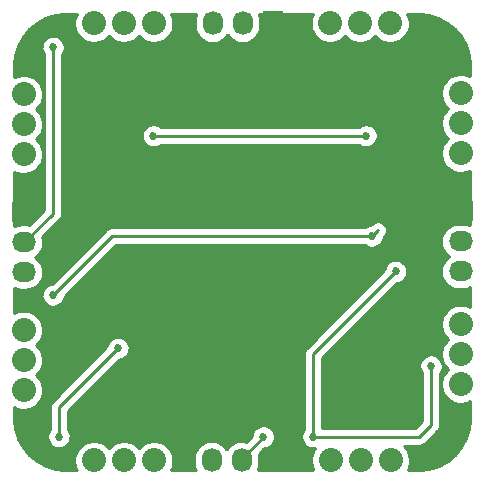
<source format=gbl>
G04 #@! TF.FileFunction,Copper,L2,Bot,Signal*
%FSLAX46Y46*%
G04 Gerber Fmt 4.6, Leading zero omitted, Abs format (unit mm)*
G04 Created by KiCad (PCBNEW 4.0.4-stable) date Mon Sep 26 22:20:25 2016*
%MOMM*%
%LPD*%
G01*
G04 APERTURE LIST*
%ADD10C,0.100000*%
%ADD11C,2.032000*%
%ADD12R,1.727200X2.032000*%
%ADD13O,1.727200X2.032000*%
%ADD14R,2.032000X1.727200*%
%ADD15O,2.032000X1.727200*%
%ADD16C,0.685800*%
%ADD17C,0.254000*%
G04 APERTURE END LIST*
D10*
D11*
X171000000Y-142000000D03*
X173540000Y-142000000D03*
X176080000Y-142000000D03*
D12*
X166000000Y-142000000D03*
D13*
X163460000Y-142000000D03*
X160920000Y-142000000D03*
D14*
X182000000Y-120920000D03*
D15*
X182000000Y-123460000D03*
X182000000Y-126000000D03*
D14*
X145000000Y-120960000D03*
D15*
X145000000Y-123500000D03*
X145000000Y-126040000D03*
D12*
X166080000Y-105000000D03*
D13*
X163540000Y-105000000D03*
X161000000Y-105000000D03*
D11*
X150960000Y-142000000D03*
X153500000Y-142000000D03*
X156040000Y-142000000D03*
X145000000Y-136040000D03*
X145000000Y-133500000D03*
X145000000Y-130960000D03*
X182000000Y-135540000D03*
X182000000Y-133000000D03*
X182000000Y-130460000D03*
X145000000Y-116080000D03*
X145000000Y-113540000D03*
X145000000Y-111000000D03*
X182000000Y-116000000D03*
X182000000Y-113460000D03*
X182000000Y-110920000D03*
X150960000Y-105000000D03*
X153500000Y-105000000D03*
X156040000Y-105000000D03*
X170960000Y-105000000D03*
X173500000Y-105000000D03*
X176040000Y-105000000D03*
D16*
X177000000Y-128000000D03*
X177000000Y-137000000D03*
X168000000Y-137000000D03*
X159000000Y-137000000D03*
X150000000Y-137000000D03*
X168000000Y-128000000D03*
X159000000Y-128000000D03*
X150000000Y-128000000D03*
X177000000Y-119000000D03*
X168000000Y-119000000D03*
X159000000Y-119000000D03*
X150000000Y-119000000D03*
X177000000Y-110000000D03*
X150000000Y-110000000D03*
X168000000Y-110000000D03*
X159000000Y-110000000D03*
X147500000Y-107000000D03*
X156000000Y-114500000D03*
X174000000Y-114500000D03*
X174504000Y-123000000D03*
X147500000Y-128000000D03*
X148000000Y-140000000D03*
X152996000Y-132500000D03*
X176500000Y-126000000D03*
X169500000Y-140000000D03*
X179500000Y-134000000D03*
X165307600Y-140000000D03*
D17*
X147500000Y-121112400D02*
X147500000Y-110896000D01*
X147500000Y-110896000D02*
X147500000Y-107000000D01*
X145000000Y-123460000D02*
X145152400Y-123460000D01*
X145152400Y-123460000D02*
X147500000Y-121112400D01*
X147500000Y-121112400D02*
X147500000Y-120960000D01*
X171000000Y-114500000D02*
X169922370Y-114500000D01*
X169922370Y-114500000D02*
X156000000Y-114500000D01*
X174000000Y-114500000D02*
X171000000Y-114500000D01*
X175000000Y-122504000D02*
X174504000Y-123000000D01*
X171000000Y-123000000D02*
X152500000Y-123000000D01*
X152500000Y-123000000D02*
X147500000Y-128000000D01*
X174504000Y-123000000D02*
X171000000Y-123000000D01*
X148000000Y-137496000D02*
X148000000Y-140000000D01*
X152996000Y-132500000D02*
X148000000Y-137496000D01*
X176500000Y-126000000D02*
X169500000Y-133000000D01*
X169500000Y-133000000D02*
X169500000Y-140000000D01*
X178500000Y-140000000D02*
X169500000Y-140000000D01*
X179500000Y-134000000D02*
X179500000Y-139000000D01*
X165307600Y-140000000D02*
X163460000Y-141847600D01*
X163460000Y-141847600D02*
X163460000Y-142000000D01*
X179500000Y-139000000D02*
X178500000Y-140000000D01*
G36*
X149378668Y-104498372D02*
X149311351Y-104815074D01*
X149306830Y-105138821D01*
X149365278Y-105457279D01*
X149484469Y-105758320D01*
X149659862Y-106030477D01*
X149884777Y-106263383D01*
X150150647Y-106448167D01*
X150447345Y-106577791D01*
X150763569Y-106647318D01*
X151087276Y-106654099D01*
X151406135Y-106597875D01*
X151708000Y-106480789D01*
X151981375Y-106307300D01*
X152215846Y-106084017D01*
X152230924Y-106062643D01*
X152424777Y-106263383D01*
X152690647Y-106448167D01*
X152987345Y-106577791D01*
X153303569Y-106647318D01*
X153627276Y-106654099D01*
X153946135Y-106597875D01*
X154248000Y-106480789D01*
X154521375Y-106307300D01*
X154755846Y-106084017D01*
X154770924Y-106062643D01*
X154964777Y-106263383D01*
X155230647Y-106448167D01*
X155527345Y-106577791D01*
X155843569Y-106647318D01*
X156167276Y-106654099D01*
X156486135Y-106597875D01*
X156788000Y-106480789D01*
X157061375Y-106307300D01*
X157295846Y-106084017D01*
X157482482Y-105819444D01*
X157614174Y-105523658D01*
X157685906Y-105207926D01*
X157691070Y-104838111D01*
X157628182Y-104520500D01*
X157504799Y-104221152D01*
X157497390Y-104210000D01*
X159644162Y-104210000D01*
X159622584Y-104249251D01*
X159534148Y-104528036D01*
X159501546Y-104818688D01*
X159501400Y-104839612D01*
X159501400Y-105160388D01*
X159529941Y-105451468D01*
X159614475Y-105731460D01*
X159751784Y-105989701D01*
X159936637Y-106216353D01*
X160161994Y-106402784D01*
X160419269Y-106541892D01*
X160698665Y-106628379D01*
X160989538Y-106658951D01*
X161280810Y-106632444D01*
X161561385Y-106549866D01*
X161820578Y-106414363D01*
X162048515Y-106231097D01*
X162236515Y-106007048D01*
X162269299Y-105947413D01*
X162291784Y-105989701D01*
X162476637Y-106216353D01*
X162701994Y-106402784D01*
X162959269Y-106541892D01*
X163238665Y-106628379D01*
X163529538Y-106658951D01*
X163820810Y-106632444D01*
X164101385Y-106549866D01*
X164360578Y-106414363D01*
X164588515Y-106231097D01*
X164776515Y-106007048D01*
X164917416Y-105750749D01*
X165005852Y-105471964D01*
X165038454Y-105181312D01*
X165038600Y-105160388D01*
X165038600Y-104839612D01*
X165010059Y-104548532D01*
X164925525Y-104268540D01*
X164894399Y-104210000D01*
X169502265Y-104210000D01*
X169378668Y-104498372D01*
X169311351Y-104815074D01*
X169306830Y-105138821D01*
X169365278Y-105457279D01*
X169484469Y-105758320D01*
X169659862Y-106030477D01*
X169884777Y-106263383D01*
X170150647Y-106448167D01*
X170447345Y-106577791D01*
X170763569Y-106647318D01*
X171087276Y-106654099D01*
X171406135Y-106597875D01*
X171708000Y-106480789D01*
X171981375Y-106307300D01*
X172215846Y-106084017D01*
X172230924Y-106062643D01*
X172424777Y-106263383D01*
X172690647Y-106448167D01*
X172987345Y-106577791D01*
X173303569Y-106647318D01*
X173627276Y-106654099D01*
X173946135Y-106597875D01*
X174248000Y-106480789D01*
X174521375Y-106307300D01*
X174755846Y-106084017D01*
X174770924Y-106062643D01*
X174964777Y-106263383D01*
X175230647Y-106448167D01*
X175527345Y-106577791D01*
X175843569Y-106647318D01*
X176167276Y-106654099D01*
X176486135Y-106597875D01*
X176788000Y-106480789D01*
X177061375Y-106307300D01*
X177295846Y-106084017D01*
X177482482Y-105819444D01*
X177614174Y-105523658D01*
X177685906Y-105207926D01*
X177691070Y-104838111D01*
X177628182Y-104520500D01*
X177504799Y-104221152D01*
X177497390Y-104210000D01*
X178465280Y-104210000D01*
X179332601Y-104295041D01*
X180133494Y-104536846D01*
X180872165Y-104929604D01*
X181520482Y-105458357D01*
X182053747Y-106102963D01*
X182451654Y-106838878D01*
X182699042Y-107638060D01*
X182790000Y-108503469D01*
X182790000Y-109461311D01*
X182789055Y-109460674D01*
X182490576Y-109335205D01*
X182173411Y-109270100D01*
X181849642Y-109267840D01*
X181531599Y-109328510D01*
X181231397Y-109449799D01*
X180960472Y-109627088D01*
X180729141Y-109853623D01*
X180546218Y-110120776D01*
X180418668Y-110418372D01*
X180351351Y-110735074D01*
X180346830Y-111058821D01*
X180405278Y-111377279D01*
X180524469Y-111678320D01*
X180699862Y-111950477D01*
X180924777Y-112183383D01*
X180935922Y-112191129D01*
X180729141Y-112393623D01*
X180546218Y-112660776D01*
X180418668Y-112958372D01*
X180351351Y-113275074D01*
X180346830Y-113598821D01*
X180405278Y-113917279D01*
X180524469Y-114218320D01*
X180699862Y-114490477D01*
X180924777Y-114723383D01*
X180935922Y-114731129D01*
X180729141Y-114933623D01*
X180546218Y-115200776D01*
X180418668Y-115498372D01*
X180351351Y-115815074D01*
X180346830Y-116138821D01*
X180405278Y-116457279D01*
X180524469Y-116758320D01*
X180699862Y-117030477D01*
X180924777Y-117263383D01*
X181190647Y-117448167D01*
X181487345Y-117577791D01*
X181803569Y-117647318D01*
X182127276Y-117654099D01*
X182446135Y-117597875D01*
X182748000Y-117480789D01*
X182790000Y-117454135D01*
X182790000Y-122104162D01*
X182750749Y-122082584D01*
X182471964Y-121994148D01*
X182181312Y-121961546D01*
X182160388Y-121961400D01*
X181839612Y-121961400D01*
X181548532Y-121989941D01*
X181268540Y-122074475D01*
X181010299Y-122211784D01*
X180783647Y-122396637D01*
X180597216Y-122621994D01*
X180458108Y-122879269D01*
X180371621Y-123158665D01*
X180341049Y-123449538D01*
X180367556Y-123740810D01*
X180450134Y-124021385D01*
X180585637Y-124280578D01*
X180768903Y-124508515D01*
X180992952Y-124696515D01*
X181052587Y-124729299D01*
X181010299Y-124751784D01*
X180783647Y-124936637D01*
X180597216Y-125161994D01*
X180458108Y-125419269D01*
X180371621Y-125698665D01*
X180341049Y-125989538D01*
X180367556Y-126280810D01*
X180450134Y-126561385D01*
X180585637Y-126820578D01*
X180768903Y-127048515D01*
X180992952Y-127236515D01*
X181249251Y-127377416D01*
X181528036Y-127465852D01*
X181818688Y-127498454D01*
X181839612Y-127498600D01*
X182160388Y-127498600D01*
X182451468Y-127470059D01*
X182731460Y-127385525D01*
X182790000Y-127354399D01*
X182790000Y-129001311D01*
X182789055Y-129000674D01*
X182490576Y-128875205D01*
X182173411Y-128810100D01*
X181849642Y-128807840D01*
X181531599Y-128868510D01*
X181231397Y-128989799D01*
X180960472Y-129167088D01*
X180729141Y-129393623D01*
X180546218Y-129660776D01*
X180418668Y-129958372D01*
X180351351Y-130275074D01*
X180346830Y-130598821D01*
X180405278Y-130917279D01*
X180524469Y-131218320D01*
X180699862Y-131490477D01*
X180924777Y-131723383D01*
X180935922Y-131731129D01*
X180729141Y-131933623D01*
X180546218Y-132200776D01*
X180418668Y-132498372D01*
X180351351Y-132815074D01*
X180346830Y-133138821D01*
X180405278Y-133457279D01*
X180524469Y-133758320D01*
X180699862Y-134030477D01*
X180924777Y-134263383D01*
X180935922Y-134271129D01*
X180729141Y-134473623D01*
X180546218Y-134740776D01*
X180418668Y-135038372D01*
X180351351Y-135355074D01*
X180346830Y-135678821D01*
X180405278Y-135997279D01*
X180524469Y-136298320D01*
X180699862Y-136570477D01*
X180924777Y-136803383D01*
X181190647Y-136988167D01*
X181487345Y-137117791D01*
X181803569Y-137187318D01*
X182127276Y-137194099D01*
X182446135Y-137137875D01*
X182748000Y-137020789D01*
X182790000Y-136994135D01*
X182790000Y-138465281D01*
X182704959Y-139332601D01*
X182463154Y-140133494D01*
X182070395Y-140872168D01*
X181541640Y-141520484D01*
X180897034Y-142053749D01*
X180161122Y-142451654D01*
X179361942Y-142699042D01*
X178496532Y-142790000D01*
X177535591Y-142790000D01*
X177654174Y-142523658D01*
X177725906Y-142207926D01*
X177731070Y-141838111D01*
X177668182Y-141520500D01*
X177544799Y-141221152D01*
X177365624Y-140951471D01*
X177177471Y-140762000D01*
X178500000Y-140762000D01*
X178570114Y-140755125D01*
X178640170Y-140748996D01*
X178644013Y-140747880D01*
X178648007Y-140747488D01*
X178715460Y-140727123D01*
X178782982Y-140707506D01*
X178786538Y-140705663D01*
X178790376Y-140704504D01*
X178852553Y-140671444D01*
X178915014Y-140639067D01*
X178918144Y-140636568D01*
X178921684Y-140634686D01*
X178976231Y-140590199D01*
X179031240Y-140546286D01*
X179036815Y-140540788D01*
X179036931Y-140540693D01*
X179037020Y-140540585D01*
X179038815Y-140538815D01*
X180038816Y-139538815D01*
X180083537Y-139484371D01*
X180128736Y-139430505D01*
X180130664Y-139426997D01*
X180133211Y-139423897D01*
X180166499Y-139361815D01*
X180200381Y-139300184D01*
X180201592Y-139296366D01*
X180203487Y-139292832D01*
X180224084Y-139225463D01*
X180245348Y-139158429D01*
X180245794Y-139154451D01*
X180246967Y-139150615D01*
X180254086Y-139080533D01*
X180261926Y-139010639D01*
X180261980Y-139002813D01*
X180261996Y-139002660D01*
X180261982Y-139002517D01*
X180262000Y-139000000D01*
X180262000Y-134616340D01*
X180354394Y-134485363D01*
X180432396Y-134310167D01*
X180474884Y-134123156D01*
X180477942Y-133904112D01*
X180440693Y-133715988D01*
X180367613Y-133538682D01*
X180261485Y-133378948D01*
X180126353Y-133242869D01*
X179967364Y-133135629D01*
X179790572Y-133061313D01*
X179602713Y-133022751D01*
X179410942Y-133021412D01*
X179222562Y-133057347D01*
X179044750Y-133129188D01*
X178884279Y-133234198D01*
X178747260Y-133368376D01*
X178638913Y-133526613D01*
X178563364Y-133702882D01*
X178523492Y-133890467D01*
X178520814Y-134082225D01*
X178555433Y-134270850D01*
X178626031Y-134449159D01*
X178729918Y-134610360D01*
X178738000Y-134618729D01*
X178738000Y-138684369D01*
X178184370Y-139238000D01*
X170262000Y-139238000D01*
X170262000Y-133315630D01*
X176602712Y-126974918D01*
X176764249Y-126946434D01*
X176943047Y-126877083D01*
X177104969Y-126774325D01*
X177243848Y-126642072D01*
X177354394Y-126485363D01*
X177432396Y-126310167D01*
X177474884Y-126123156D01*
X177477942Y-125904112D01*
X177440693Y-125715988D01*
X177367613Y-125538682D01*
X177261485Y-125378948D01*
X177126353Y-125242869D01*
X176967364Y-125135629D01*
X176790572Y-125061313D01*
X176602713Y-125022751D01*
X176410942Y-125021412D01*
X176222562Y-125057347D01*
X176044750Y-125129188D01*
X175884279Y-125234198D01*
X175747260Y-125368376D01*
X175638913Y-125526613D01*
X175563364Y-125702882D01*
X175523492Y-125890467D01*
X175523373Y-125898997D01*
X168961185Y-132461185D01*
X168916488Y-132515599D01*
X168871264Y-132569495D01*
X168869336Y-132573003D01*
X168866789Y-132576103D01*
X168833510Y-132638169D01*
X168799619Y-132699816D01*
X168798407Y-132703636D01*
X168796514Y-132707167D01*
X168775939Y-132774464D01*
X168754652Y-132841571D01*
X168754205Y-132845554D01*
X168753034Y-132849385D01*
X168745925Y-132919373D01*
X168738074Y-132989361D01*
X168738019Y-132997197D01*
X168738005Y-132997340D01*
X168738018Y-132997473D01*
X168738000Y-133000000D01*
X168738000Y-139381900D01*
X168638913Y-139526613D01*
X168563364Y-139702882D01*
X168523492Y-139890467D01*
X168520814Y-140082225D01*
X168555433Y-140270850D01*
X168626031Y-140449159D01*
X168729918Y-140610360D01*
X168863137Y-140748312D01*
X169020613Y-140857761D01*
X169196350Y-140934539D01*
X169383652Y-140975720D01*
X169575387Y-140979736D01*
X169714344Y-140955234D01*
X169546218Y-141200776D01*
X169418668Y-141498372D01*
X169351351Y-141815074D01*
X169346830Y-142138821D01*
X169405278Y-142457279D01*
X169524469Y-142758320D01*
X169544885Y-142790000D01*
X164815838Y-142790000D01*
X164837416Y-142750749D01*
X164925852Y-142471964D01*
X164958454Y-142181312D01*
X164958600Y-142160388D01*
X164958600Y-141839612D01*
X164930059Y-141548532D01*
X164908408Y-141476822D01*
X165410312Y-140974918D01*
X165571849Y-140946434D01*
X165750647Y-140877083D01*
X165912569Y-140774325D01*
X166051448Y-140642072D01*
X166161994Y-140485363D01*
X166239996Y-140310167D01*
X166282484Y-140123156D01*
X166285542Y-139904112D01*
X166248293Y-139715988D01*
X166175213Y-139538682D01*
X166069085Y-139378948D01*
X165933953Y-139242869D01*
X165774964Y-139135629D01*
X165598172Y-139061313D01*
X165410313Y-139022751D01*
X165218542Y-139021412D01*
X165030162Y-139057347D01*
X164852350Y-139129188D01*
X164691879Y-139234198D01*
X164554860Y-139368376D01*
X164446513Y-139526613D01*
X164370964Y-139702882D01*
X164331092Y-139890467D01*
X164330973Y-139898997D01*
X163835417Y-140394553D01*
X163761335Y-140371621D01*
X163470462Y-140341049D01*
X163179190Y-140367556D01*
X162898615Y-140450134D01*
X162639422Y-140585637D01*
X162411485Y-140768903D01*
X162223485Y-140992952D01*
X162190701Y-141052587D01*
X162168216Y-141010299D01*
X161983363Y-140783647D01*
X161758006Y-140597216D01*
X161500731Y-140458108D01*
X161221335Y-140371621D01*
X160930462Y-140341049D01*
X160639190Y-140367556D01*
X160358615Y-140450134D01*
X160099422Y-140585637D01*
X159871485Y-140768903D01*
X159683485Y-140992952D01*
X159542584Y-141249251D01*
X159454148Y-141528036D01*
X159421546Y-141818688D01*
X159421400Y-141839612D01*
X159421400Y-142160388D01*
X159449941Y-142451468D01*
X159534475Y-142731460D01*
X159565601Y-142790000D01*
X157495591Y-142790000D01*
X157614174Y-142523658D01*
X157685906Y-142207926D01*
X157691070Y-141838111D01*
X157628182Y-141520500D01*
X157504799Y-141221152D01*
X157325624Y-140951471D01*
X157097479Y-140721728D01*
X156829055Y-140540674D01*
X156530576Y-140415205D01*
X156213411Y-140350100D01*
X155889642Y-140347840D01*
X155571599Y-140408510D01*
X155271397Y-140529799D01*
X155000472Y-140707088D01*
X154769141Y-140933623D01*
X154768635Y-140934363D01*
X154557479Y-140721728D01*
X154289055Y-140540674D01*
X153990576Y-140415205D01*
X153673411Y-140350100D01*
X153349642Y-140347840D01*
X153031599Y-140408510D01*
X152731397Y-140529799D01*
X152460472Y-140707088D01*
X152229141Y-140933623D01*
X152228635Y-140934363D01*
X152017479Y-140721728D01*
X151749055Y-140540674D01*
X151450576Y-140415205D01*
X151133411Y-140350100D01*
X150809642Y-140347840D01*
X150491599Y-140408510D01*
X150191397Y-140529799D01*
X149920472Y-140707088D01*
X149689141Y-140933623D01*
X149506218Y-141200776D01*
X149378668Y-141498372D01*
X149311351Y-141815074D01*
X149306830Y-142138821D01*
X149365278Y-142457279D01*
X149484469Y-142758320D01*
X149504885Y-142790000D01*
X148534719Y-142790000D01*
X147667399Y-142704959D01*
X146866506Y-142463154D01*
X146127832Y-142070395D01*
X145479516Y-141541640D01*
X144946251Y-140897034D01*
X144548346Y-140161122D01*
X144523924Y-140082225D01*
X147020814Y-140082225D01*
X147055433Y-140270850D01*
X147126031Y-140449159D01*
X147229918Y-140610360D01*
X147363137Y-140748312D01*
X147520613Y-140857761D01*
X147696350Y-140934539D01*
X147883652Y-140975720D01*
X148075387Y-140979736D01*
X148264249Y-140946434D01*
X148443047Y-140877083D01*
X148604969Y-140774325D01*
X148743848Y-140642072D01*
X148854394Y-140485363D01*
X148932396Y-140310167D01*
X148974884Y-140123156D01*
X148977942Y-139904112D01*
X148940693Y-139715988D01*
X148867613Y-139538682D01*
X148762000Y-139379723D01*
X148762000Y-137811630D01*
X153098712Y-133474918D01*
X153260249Y-133446434D01*
X153439047Y-133377083D01*
X153600969Y-133274325D01*
X153739848Y-133142072D01*
X153850394Y-132985363D01*
X153928396Y-132810167D01*
X153970884Y-132623156D01*
X153973942Y-132404112D01*
X153936693Y-132215988D01*
X153863613Y-132038682D01*
X153757485Y-131878948D01*
X153622353Y-131742869D01*
X153463364Y-131635629D01*
X153286572Y-131561313D01*
X153098713Y-131522751D01*
X152906942Y-131521412D01*
X152718562Y-131557347D01*
X152540750Y-131629188D01*
X152380279Y-131734198D01*
X152243260Y-131868376D01*
X152134913Y-132026613D01*
X152059364Y-132202882D01*
X152019492Y-132390467D01*
X152019373Y-132398997D01*
X147461185Y-136957185D01*
X147416488Y-137011599D01*
X147371264Y-137065495D01*
X147369336Y-137069003D01*
X147366789Y-137072103D01*
X147333510Y-137134169D01*
X147299619Y-137195816D01*
X147298407Y-137199636D01*
X147296514Y-137203167D01*
X147275939Y-137270464D01*
X147254652Y-137337571D01*
X147254205Y-137341554D01*
X147253034Y-137345385D01*
X147245925Y-137415373D01*
X147238074Y-137485361D01*
X147238019Y-137493197D01*
X147238005Y-137493340D01*
X147238018Y-137493473D01*
X147238000Y-137496000D01*
X147238000Y-139381900D01*
X147138913Y-139526613D01*
X147063364Y-139702882D01*
X147023492Y-139890467D01*
X147020814Y-140082225D01*
X144523924Y-140082225D01*
X144300958Y-139361942D01*
X144210000Y-138496532D01*
X144210000Y-137496622D01*
X144487345Y-137617791D01*
X144803569Y-137687318D01*
X145127276Y-137694099D01*
X145446135Y-137637875D01*
X145748000Y-137520789D01*
X146021375Y-137347300D01*
X146255846Y-137124017D01*
X146442482Y-136859444D01*
X146574174Y-136563658D01*
X146645906Y-136247926D01*
X146651070Y-135878111D01*
X146588182Y-135560500D01*
X146464799Y-135261152D01*
X146285624Y-134991471D01*
X146063191Y-134767480D01*
X146255846Y-134584017D01*
X146442482Y-134319444D01*
X146574174Y-134023658D01*
X146645906Y-133707926D01*
X146651070Y-133338111D01*
X146588182Y-133020500D01*
X146464799Y-132721152D01*
X146285624Y-132451471D01*
X146063191Y-132227480D01*
X146255846Y-132044017D01*
X146442482Y-131779444D01*
X146574174Y-131483658D01*
X146645906Y-131167926D01*
X146651070Y-130798111D01*
X146588182Y-130480500D01*
X146464799Y-130181152D01*
X146285624Y-129911471D01*
X146057479Y-129681728D01*
X145789055Y-129500674D01*
X145490576Y-129375205D01*
X145173411Y-129310100D01*
X144849642Y-129307840D01*
X144531599Y-129368510D01*
X144231397Y-129489799D01*
X144210000Y-129503801D01*
X144210000Y-128082225D01*
X146520814Y-128082225D01*
X146555433Y-128270850D01*
X146626031Y-128449159D01*
X146729918Y-128610360D01*
X146863137Y-128748312D01*
X147020613Y-128857761D01*
X147196350Y-128934539D01*
X147383652Y-128975720D01*
X147575387Y-128979736D01*
X147764249Y-128946434D01*
X147943047Y-128877083D01*
X148104969Y-128774325D01*
X148243848Y-128642072D01*
X148354394Y-128485363D01*
X148432396Y-128310167D01*
X148474884Y-128123156D01*
X148475173Y-128102457D01*
X152815631Y-123762000D01*
X173886831Y-123762000D01*
X174024613Y-123857761D01*
X174200350Y-123934539D01*
X174387652Y-123975720D01*
X174579387Y-123979736D01*
X174768249Y-123946434D01*
X174947047Y-123877083D01*
X175108969Y-123774325D01*
X175247848Y-123642072D01*
X175358394Y-123485363D01*
X175436396Y-123310167D01*
X175478884Y-123123156D01*
X175479173Y-123102457D01*
X175538815Y-123042815D01*
X175633211Y-122927897D01*
X175703486Y-122796833D01*
X175746966Y-122654615D01*
X175761995Y-122506660D01*
X175748000Y-122358603D01*
X175705514Y-122216085D01*
X175636154Y-122084534D01*
X175542564Y-121968960D01*
X175428307Y-121873764D01*
X175297737Y-121802575D01*
X175155826Y-121758103D01*
X175007980Y-121742042D01*
X174859830Y-121755003D01*
X174717018Y-121796494D01*
X174584986Y-121864933D01*
X174468760Y-121957714D01*
X174461185Y-121965185D01*
X174402605Y-122023765D01*
X174226562Y-122057347D01*
X174048750Y-122129188D01*
X173888279Y-122234198D01*
X173884396Y-122238000D01*
X152500000Y-122238000D01*
X152429936Y-122244870D01*
X152359830Y-122251003D01*
X152355982Y-122252121D01*
X152351993Y-122252512D01*
X152284582Y-122272865D01*
X152217018Y-122292494D01*
X152213462Y-122294337D01*
X152209624Y-122295496D01*
X152147447Y-122328556D01*
X152084986Y-122360933D01*
X152081856Y-122363432D01*
X152078316Y-122365314D01*
X152023769Y-122409801D01*
X151968760Y-122453714D01*
X151963181Y-122459216D01*
X151963069Y-122459307D01*
X151962983Y-122459411D01*
X151961185Y-122461184D01*
X147398604Y-127023765D01*
X147222562Y-127057347D01*
X147044750Y-127129188D01*
X146884279Y-127234198D01*
X146747260Y-127368376D01*
X146638913Y-127526613D01*
X146563364Y-127702882D01*
X146523492Y-127890467D01*
X146520814Y-128082225D01*
X144210000Y-128082225D01*
X144210000Y-127395838D01*
X144249251Y-127417416D01*
X144528036Y-127505852D01*
X144818688Y-127538454D01*
X144839612Y-127538600D01*
X145160388Y-127538600D01*
X145451468Y-127510059D01*
X145731460Y-127425525D01*
X145989701Y-127288216D01*
X146216353Y-127103363D01*
X146402784Y-126878006D01*
X146541892Y-126620731D01*
X146628379Y-126341335D01*
X146658951Y-126050462D01*
X146632444Y-125759190D01*
X146549866Y-125478615D01*
X146414363Y-125219422D01*
X146231097Y-124991485D01*
X146007048Y-124803485D01*
X145947413Y-124770701D01*
X145989701Y-124748216D01*
X146216353Y-124563363D01*
X146402784Y-124338006D01*
X146541892Y-124080731D01*
X146628379Y-123801335D01*
X146658951Y-123510462D01*
X146632444Y-123219190D01*
X146595697Y-123094334D01*
X148038816Y-121651215D01*
X148083537Y-121596771D01*
X148128736Y-121542905D01*
X148130664Y-121539397D01*
X148133211Y-121536297D01*
X148166509Y-121474196D01*
X148200381Y-121412584D01*
X148201591Y-121408768D01*
X148203487Y-121405233D01*
X148224088Y-121337849D01*
X148245348Y-121270829D01*
X148245794Y-121266851D01*
X148246967Y-121263015D01*
X148254081Y-121192978D01*
X148261926Y-121123039D01*
X148261981Y-121115203D01*
X148261995Y-121115060D01*
X148261982Y-121114927D01*
X148262000Y-121112400D01*
X148262000Y-114582225D01*
X155020814Y-114582225D01*
X155055433Y-114770850D01*
X155126031Y-114949159D01*
X155229918Y-115110360D01*
X155363137Y-115248312D01*
X155520613Y-115357761D01*
X155696350Y-115434539D01*
X155883652Y-115475720D01*
X156075387Y-115479736D01*
X156264249Y-115446434D01*
X156443047Y-115377083D01*
X156604969Y-115274325D01*
X156617911Y-115262000D01*
X173382831Y-115262000D01*
X173520613Y-115357761D01*
X173696350Y-115434539D01*
X173883652Y-115475720D01*
X174075387Y-115479736D01*
X174264249Y-115446434D01*
X174443047Y-115377083D01*
X174604969Y-115274325D01*
X174743848Y-115142072D01*
X174854394Y-114985363D01*
X174932396Y-114810167D01*
X174974884Y-114623156D01*
X174977942Y-114404112D01*
X174940693Y-114215988D01*
X174867613Y-114038682D01*
X174761485Y-113878948D01*
X174626353Y-113742869D01*
X174467364Y-113635629D01*
X174290572Y-113561313D01*
X174102713Y-113522751D01*
X173910942Y-113521412D01*
X173722562Y-113557347D01*
X173544750Y-113629188D01*
X173384279Y-113734198D01*
X173380396Y-113738000D01*
X156619134Y-113738000D01*
X156467364Y-113635629D01*
X156290572Y-113561313D01*
X156102713Y-113522751D01*
X155910942Y-113521412D01*
X155722562Y-113557347D01*
X155544750Y-113629188D01*
X155384279Y-113734198D01*
X155247260Y-113868376D01*
X155138913Y-114026613D01*
X155063364Y-114202882D01*
X155023492Y-114390467D01*
X155020814Y-114582225D01*
X148262000Y-114582225D01*
X148262000Y-107616340D01*
X148354394Y-107485363D01*
X148432396Y-107310167D01*
X148474884Y-107123156D01*
X148477942Y-106904112D01*
X148440693Y-106715988D01*
X148367613Y-106538682D01*
X148261485Y-106378948D01*
X148126353Y-106242869D01*
X147967364Y-106135629D01*
X147790572Y-106061313D01*
X147602713Y-106022751D01*
X147410942Y-106021412D01*
X147222562Y-106057347D01*
X147044750Y-106129188D01*
X146884279Y-106234198D01*
X146747260Y-106368376D01*
X146638913Y-106526613D01*
X146563364Y-106702882D01*
X146523492Y-106890467D01*
X146520814Y-107082225D01*
X146555433Y-107270850D01*
X146626031Y-107449159D01*
X146729918Y-107610360D01*
X146738000Y-107618729D01*
X146738000Y-120796769D01*
X145493720Y-122041049D01*
X145471964Y-122034148D01*
X145181312Y-122001546D01*
X145160388Y-122001400D01*
X144839612Y-122001400D01*
X144548532Y-122029941D01*
X144268540Y-122114475D01*
X144210000Y-122145601D01*
X144210000Y-117536622D01*
X144487345Y-117657791D01*
X144803569Y-117727318D01*
X145127276Y-117734099D01*
X145446135Y-117677875D01*
X145748000Y-117560789D01*
X146021375Y-117387300D01*
X146255846Y-117164017D01*
X146442482Y-116899444D01*
X146574174Y-116603658D01*
X146645906Y-116287926D01*
X146651070Y-115918111D01*
X146588182Y-115600500D01*
X146464799Y-115301152D01*
X146285624Y-115031471D01*
X146063191Y-114807480D01*
X146255846Y-114624017D01*
X146442482Y-114359444D01*
X146574174Y-114063658D01*
X146645906Y-113747926D01*
X146651070Y-113378111D01*
X146588182Y-113060500D01*
X146464799Y-112761152D01*
X146285624Y-112491471D01*
X146063191Y-112267480D01*
X146255846Y-112084017D01*
X146442482Y-111819444D01*
X146574174Y-111523658D01*
X146645906Y-111207926D01*
X146651070Y-110838111D01*
X146588182Y-110520500D01*
X146464799Y-110221152D01*
X146285624Y-109951471D01*
X146057479Y-109721728D01*
X145789055Y-109540674D01*
X145490576Y-109415205D01*
X145173411Y-109350100D01*
X144849642Y-109347840D01*
X144531599Y-109408510D01*
X144231397Y-109529799D01*
X144210000Y-109543801D01*
X144210000Y-108534720D01*
X144295041Y-107667399D01*
X144536846Y-106866506D01*
X144929604Y-106127835D01*
X145458357Y-105479518D01*
X146102963Y-104946253D01*
X146838878Y-104548346D01*
X147638060Y-104300958D01*
X148503469Y-104210000D01*
X149502265Y-104210000D01*
X149378668Y-104498372D01*
X149378668Y-104498372D01*
G37*
X149378668Y-104498372D02*
X149311351Y-104815074D01*
X149306830Y-105138821D01*
X149365278Y-105457279D01*
X149484469Y-105758320D01*
X149659862Y-106030477D01*
X149884777Y-106263383D01*
X150150647Y-106448167D01*
X150447345Y-106577791D01*
X150763569Y-106647318D01*
X151087276Y-106654099D01*
X151406135Y-106597875D01*
X151708000Y-106480789D01*
X151981375Y-106307300D01*
X152215846Y-106084017D01*
X152230924Y-106062643D01*
X152424777Y-106263383D01*
X152690647Y-106448167D01*
X152987345Y-106577791D01*
X153303569Y-106647318D01*
X153627276Y-106654099D01*
X153946135Y-106597875D01*
X154248000Y-106480789D01*
X154521375Y-106307300D01*
X154755846Y-106084017D01*
X154770924Y-106062643D01*
X154964777Y-106263383D01*
X155230647Y-106448167D01*
X155527345Y-106577791D01*
X155843569Y-106647318D01*
X156167276Y-106654099D01*
X156486135Y-106597875D01*
X156788000Y-106480789D01*
X157061375Y-106307300D01*
X157295846Y-106084017D01*
X157482482Y-105819444D01*
X157614174Y-105523658D01*
X157685906Y-105207926D01*
X157691070Y-104838111D01*
X157628182Y-104520500D01*
X157504799Y-104221152D01*
X157497390Y-104210000D01*
X159644162Y-104210000D01*
X159622584Y-104249251D01*
X159534148Y-104528036D01*
X159501546Y-104818688D01*
X159501400Y-104839612D01*
X159501400Y-105160388D01*
X159529941Y-105451468D01*
X159614475Y-105731460D01*
X159751784Y-105989701D01*
X159936637Y-106216353D01*
X160161994Y-106402784D01*
X160419269Y-106541892D01*
X160698665Y-106628379D01*
X160989538Y-106658951D01*
X161280810Y-106632444D01*
X161561385Y-106549866D01*
X161820578Y-106414363D01*
X162048515Y-106231097D01*
X162236515Y-106007048D01*
X162269299Y-105947413D01*
X162291784Y-105989701D01*
X162476637Y-106216353D01*
X162701994Y-106402784D01*
X162959269Y-106541892D01*
X163238665Y-106628379D01*
X163529538Y-106658951D01*
X163820810Y-106632444D01*
X164101385Y-106549866D01*
X164360578Y-106414363D01*
X164588515Y-106231097D01*
X164776515Y-106007048D01*
X164917416Y-105750749D01*
X165005852Y-105471964D01*
X165038454Y-105181312D01*
X165038600Y-105160388D01*
X165038600Y-104839612D01*
X165010059Y-104548532D01*
X164925525Y-104268540D01*
X164894399Y-104210000D01*
X169502265Y-104210000D01*
X169378668Y-104498372D01*
X169311351Y-104815074D01*
X169306830Y-105138821D01*
X169365278Y-105457279D01*
X169484469Y-105758320D01*
X169659862Y-106030477D01*
X169884777Y-106263383D01*
X170150647Y-106448167D01*
X170447345Y-106577791D01*
X170763569Y-106647318D01*
X171087276Y-106654099D01*
X171406135Y-106597875D01*
X171708000Y-106480789D01*
X171981375Y-106307300D01*
X172215846Y-106084017D01*
X172230924Y-106062643D01*
X172424777Y-106263383D01*
X172690647Y-106448167D01*
X172987345Y-106577791D01*
X173303569Y-106647318D01*
X173627276Y-106654099D01*
X173946135Y-106597875D01*
X174248000Y-106480789D01*
X174521375Y-106307300D01*
X174755846Y-106084017D01*
X174770924Y-106062643D01*
X174964777Y-106263383D01*
X175230647Y-106448167D01*
X175527345Y-106577791D01*
X175843569Y-106647318D01*
X176167276Y-106654099D01*
X176486135Y-106597875D01*
X176788000Y-106480789D01*
X177061375Y-106307300D01*
X177295846Y-106084017D01*
X177482482Y-105819444D01*
X177614174Y-105523658D01*
X177685906Y-105207926D01*
X177691070Y-104838111D01*
X177628182Y-104520500D01*
X177504799Y-104221152D01*
X177497390Y-104210000D01*
X178465280Y-104210000D01*
X179332601Y-104295041D01*
X180133494Y-104536846D01*
X180872165Y-104929604D01*
X181520482Y-105458357D01*
X182053747Y-106102963D01*
X182451654Y-106838878D01*
X182699042Y-107638060D01*
X182790000Y-108503469D01*
X182790000Y-109461311D01*
X182789055Y-109460674D01*
X182490576Y-109335205D01*
X182173411Y-109270100D01*
X181849642Y-109267840D01*
X181531599Y-109328510D01*
X181231397Y-109449799D01*
X180960472Y-109627088D01*
X180729141Y-109853623D01*
X180546218Y-110120776D01*
X180418668Y-110418372D01*
X180351351Y-110735074D01*
X180346830Y-111058821D01*
X180405278Y-111377279D01*
X180524469Y-111678320D01*
X180699862Y-111950477D01*
X180924777Y-112183383D01*
X180935922Y-112191129D01*
X180729141Y-112393623D01*
X180546218Y-112660776D01*
X180418668Y-112958372D01*
X180351351Y-113275074D01*
X180346830Y-113598821D01*
X180405278Y-113917279D01*
X180524469Y-114218320D01*
X180699862Y-114490477D01*
X180924777Y-114723383D01*
X180935922Y-114731129D01*
X180729141Y-114933623D01*
X180546218Y-115200776D01*
X180418668Y-115498372D01*
X180351351Y-115815074D01*
X180346830Y-116138821D01*
X180405278Y-116457279D01*
X180524469Y-116758320D01*
X180699862Y-117030477D01*
X180924777Y-117263383D01*
X181190647Y-117448167D01*
X181487345Y-117577791D01*
X181803569Y-117647318D01*
X182127276Y-117654099D01*
X182446135Y-117597875D01*
X182748000Y-117480789D01*
X182790000Y-117454135D01*
X182790000Y-122104162D01*
X182750749Y-122082584D01*
X182471964Y-121994148D01*
X182181312Y-121961546D01*
X182160388Y-121961400D01*
X181839612Y-121961400D01*
X181548532Y-121989941D01*
X181268540Y-122074475D01*
X181010299Y-122211784D01*
X180783647Y-122396637D01*
X180597216Y-122621994D01*
X180458108Y-122879269D01*
X180371621Y-123158665D01*
X180341049Y-123449538D01*
X180367556Y-123740810D01*
X180450134Y-124021385D01*
X180585637Y-124280578D01*
X180768903Y-124508515D01*
X180992952Y-124696515D01*
X181052587Y-124729299D01*
X181010299Y-124751784D01*
X180783647Y-124936637D01*
X180597216Y-125161994D01*
X180458108Y-125419269D01*
X180371621Y-125698665D01*
X180341049Y-125989538D01*
X180367556Y-126280810D01*
X180450134Y-126561385D01*
X180585637Y-126820578D01*
X180768903Y-127048515D01*
X180992952Y-127236515D01*
X181249251Y-127377416D01*
X181528036Y-127465852D01*
X181818688Y-127498454D01*
X181839612Y-127498600D01*
X182160388Y-127498600D01*
X182451468Y-127470059D01*
X182731460Y-127385525D01*
X182790000Y-127354399D01*
X182790000Y-129001311D01*
X182789055Y-129000674D01*
X182490576Y-128875205D01*
X182173411Y-128810100D01*
X181849642Y-128807840D01*
X181531599Y-128868510D01*
X181231397Y-128989799D01*
X180960472Y-129167088D01*
X180729141Y-129393623D01*
X180546218Y-129660776D01*
X180418668Y-129958372D01*
X180351351Y-130275074D01*
X180346830Y-130598821D01*
X180405278Y-130917279D01*
X180524469Y-131218320D01*
X180699862Y-131490477D01*
X180924777Y-131723383D01*
X180935922Y-131731129D01*
X180729141Y-131933623D01*
X180546218Y-132200776D01*
X180418668Y-132498372D01*
X180351351Y-132815074D01*
X180346830Y-133138821D01*
X180405278Y-133457279D01*
X180524469Y-133758320D01*
X180699862Y-134030477D01*
X180924777Y-134263383D01*
X180935922Y-134271129D01*
X180729141Y-134473623D01*
X180546218Y-134740776D01*
X180418668Y-135038372D01*
X180351351Y-135355074D01*
X180346830Y-135678821D01*
X180405278Y-135997279D01*
X180524469Y-136298320D01*
X180699862Y-136570477D01*
X180924777Y-136803383D01*
X181190647Y-136988167D01*
X181487345Y-137117791D01*
X181803569Y-137187318D01*
X182127276Y-137194099D01*
X182446135Y-137137875D01*
X182748000Y-137020789D01*
X182790000Y-136994135D01*
X182790000Y-138465281D01*
X182704959Y-139332601D01*
X182463154Y-140133494D01*
X182070395Y-140872168D01*
X181541640Y-141520484D01*
X180897034Y-142053749D01*
X180161122Y-142451654D01*
X179361942Y-142699042D01*
X178496532Y-142790000D01*
X177535591Y-142790000D01*
X177654174Y-142523658D01*
X177725906Y-142207926D01*
X177731070Y-141838111D01*
X177668182Y-141520500D01*
X177544799Y-141221152D01*
X177365624Y-140951471D01*
X177177471Y-140762000D01*
X178500000Y-140762000D01*
X178570114Y-140755125D01*
X178640170Y-140748996D01*
X178644013Y-140747880D01*
X178648007Y-140747488D01*
X178715460Y-140727123D01*
X178782982Y-140707506D01*
X178786538Y-140705663D01*
X178790376Y-140704504D01*
X178852553Y-140671444D01*
X178915014Y-140639067D01*
X178918144Y-140636568D01*
X178921684Y-140634686D01*
X178976231Y-140590199D01*
X179031240Y-140546286D01*
X179036815Y-140540788D01*
X179036931Y-140540693D01*
X179037020Y-140540585D01*
X179038815Y-140538815D01*
X180038816Y-139538815D01*
X180083537Y-139484371D01*
X180128736Y-139430505D01*
X180130664Y-139426997D01*
X180133211Y-139423897D01*
X180166499Y-139361815D01*
X180200381Y-139300184D01*
X180201592Y-139296366D01*
X180203487Y-139292832D01*
X180224084Y-139225463D01*
X180245348Y-139158429D01*
X180245794Y-139154451D01*
X180246967Y-139150615D01*
X180254086Y-139080533D01*
X180261926Y-139010639D01*
X180261980Y-139002813D01*
X180261996Y-139002660D01*
X180261982Y-139002517D01*
X180262000Y-139000000D01*
X180262000Y-134616340D01*
X180354394Y-134485363D01*
X180432396Y-134310167D01*
X180474884Y-134123156D01*
X180477942Y-133904112D01*
X180440693Y-133715988D01*
X180367613Y-133538682D01*
X180261485Y-133378948D01*
X180126353Y-133242869D01*
X179967364Y-133135629D01*
X179790572Y-133061313D01*
X179602713Y-133022751D01*
X179410942Y-133021412D01*
X179222562Y-133057347D01*
X179044750Y-133129188D01*
X178884279Y-133234198D01*
X178747260Y-133368376D01*
X178638913Y-133526613D01*
X178563364Y-133702882D01*
X178523492Y-133890467D01*
X178520814Y-134082225D01*
X178555433Y-134270850D01*
X178626031Y-134449159D01*
X178729918Y-134610360D01*
X178738000Y-134618729D01*
X178738000Y-138684369D01*
X178184370Y-139238000D01*
X170262000Y-139238000D01*
X170262000Y-133315630D01*
X176602712Y-126974918D01*
X176764249Y-126946434D01*
X176943047Y-126877083D01*
X177104969Y-126774325D01*
X177243848Y-126642072D01*
X177354394Y-126485363D01*
X177432396Y-126310167D01*
X177474884Y-126123156D01*
X177477942Y-125904112D01*
X177440693Y-125715988D01*
X177367613Y-125538682D01*
X177261485Y-125378948D01*
X177126353Y-125242869D01*
X176967364Y-125135629D01*
X176790572Y-125061313D01*
X176602713Y-125022751D01*
X176410942Y-125021412D01*
X176222562Y-125057347D01*
X176044750Y-125129188D01*
X175884279Y-125234198D01*
X175747260Y-125368376D01*
X175638913Y-125526613D01*
X175563364Y-125702882D01*
X175523492Y-125890467D01*
X175523373Y-125898997D01*
X168961185Y-132461185D01*
X168916488Y-132515599D01*
X168871264Y-132569495D01*
X168869336Y-132573003D01*
X168866789Y-132576103D01*
X168833510Y-132638169D01*
X168799619Y-132699816D01*
X168798407Y-132703636D01*
X168796514Y-132707167D01*
X168775939Y-132774464D01*
X168754652Y-132841571D01*
X168754205Y-132845554D01*
X168753034Y-132849385D01*
X168745925Y-132919373D01*
X168738074Y-132989361D01*
X168738019Y-132997197D01*
X168738005Y-132997340D01*
X168738018Y-132997473D01*
X168738000Y-133000000D01*
X168738000Y-139381900D01*
X168638913Y-139526613D01*
X168563364Y-139702882D01*
X168523492Y-139890467D01*
X168520814Y-140082225D01*
X168555433Y-140270850D01*
X168626031Y-140449159D01*
X168729918Y-140610360D01*
X168863137Y-140748312D01*
X169020613Y-140857761D01*
X169196350Y-140934539D01*
X169383652Y-140975720D01*
X169575387Y-140979736D01*
X169714344Y-140955234D01*
X169546218Y-141200776D01*
X169418668Y-141498372D01*
X169351351Y-141815074D01*
X169346830Y-142138821D01*
X169405278Y-142457279D01*
X169524469Y-142758320D01*
X169544885Y-142790000D01*
X164815838Y-142790000D01*
X164837416Y-142750749D01*
X164925852Y-142471964D01*
X164958454Y-142181312D01*
X164958600Y-142160388D01*
X164958600Y-141839612D01*
X164930059Y-141548532D01*
X164908408Y-141476822D01*
X165410312Y-140974918D01*
X165571849Y-140946434D01*
X165750647Y-140877083D01*
X165912569Y-140774325D01*
X166051448Y-140642072D01*
X166161994Y-140485363D01*
X166239996Y-140310167D01*
X166282484Y-140123156D01*
X166285542Y-139904112D01*
X166248293Y-139715988D01*
X166175213Y-139538682D01*
X166069085Y-139378948D01*
X165933953Y-139242869D01*
X165774964Y-139135629D01*
X165598172Y-139061313D01*
X165410313Y-139022751D01*
X165218542Y-139021412D01*
X165030162Y-139057347D01*
X164852350Y-139129188D01*
X164691879Y-139234198D01*
X164554860Y-139368376D01*
X164446513Y-139526613D01*
X164370964Y-139702882D01*
X164331092Y-139890467D01*
X164330973Y-139898997D01*
X163835417Y-140394553D01*
X163761335Y-140371621D01*
X163470462Y-140341049D01*
X163179190Y-140367556D01*
X162898615Y-140450134D01*
X162639422Y-140585637D01*
X162411485Y-140768903D01*
X162223485Y-140992952D01*
X162190701Y-141052587D01*
X162168216Y-141010299D01*
X161983363Y-140783647D01*
X161758006Y-140597216D01*
X161500731Y-140458108D01*
X161221335Y-140371621D01*
X160930462Y-140341049D01*
X160639190Y-140367556D01*
X160358615Y-140450134D01*
X160099422Y-140585637D01*
X159871485Y-140768903D01*
X159683485Y-140992952D01*
X159542584Y-141249251D01*
X159454148Y-141528036D01*
X159421546Y-141818688D01*
X159421400Y-141839612D01*
X159421400Y-142160388D01*
X159449941Y-142451468D01*
X159534475Y-142731460D01*
X159565601Y-142790000D01*
X157495591Y-142790000D01*
X157614174Y-142523658D01*
X157685906Y-142207926D01*
X157691070Y-141838111D01*
X157628182Y-141520500D01*
X157504799Y-141221152D01*
X157325624Y-140951471D01*
X157097479Y-140721728D01*
X156829055Y-140540674D01*
X156530576Y-140415205D01*
X156213411Y-140350100D01*
X155889642Y-140347840D01*
X155571599Y-140408510D01*
X155271397Y-140529799D01*
X155000472Y-140707088D01*
X154769141Y-140933623D01*
X154768635Y-140934363D01*
X154557479Y-140721728D01*
X154289055Y-140540674D01*
X153990576Y-140415205D01*
X153673411Y-140350100D01*
X153349642Y-140347840D01*
X153031599Y-140408510D01*
X152731397Y-140529799D01*
X152460472Y-140707088D01*
X152229141Y-140933623D01*
X152228635Y-140934363D01*
X152017479Y-140721728D01*
X151749055Y-140540674D01*
X151450576Y-140415205D01*
X151133411Y-140350100D01*
X150809642Y-140347840D01*
X150491599Y-140408510D01*
X150191397Y-140529799D01*
X149920472Y-140707088D01*
X149689141Y-140933623D01*
X149506218Y-141200776D01*
X149378668Y-141498372D01*
X149311351Y-141815074D01*
X149306830Y-142138821D01*
X149365278Y-142457279D01*
X149484469Y-142758320D01*
X149504885Y-142790000D01*
X148534719Y-142790000D01*
X147667399Y-142704959D01*
X146866506Y-142463154D01*
X146127832Y-142070395D01*
X145479516Y-141541640D01*
X144946251Y-140897034D01*
X144548346Y-140161122D01*
X144523924Y-140082225D01*
X147020814Y-140082225D01*
X147055433Y-140270850D01*
X147126031Y-140449159D01*
X147229918Y-140610360D01*
X147363137Y-140748312D01*
X147520613Y-140857761D01*
X147696350Y-140934539D01*
X147883652Y-140975720D01*
X148075387Y-140979736D01*
X148264249Y-140946434D01*
X148443047Y-140877083D01*
X148604969Y-140774325D01*
X148743848Y-140642072D01*
X148854394Y-140485363D01*
X148932396Y-140310167D01*
X148974884Y-140123156D01*
X148977942Y-139904112D01*
X148940693Y-139715988D01*
X148867613Y-139538682D01*
X148762000Y-139379723D01*
X148762000Y-137811630D01*
X153098712Y-133474918D01*
X153260249Y-133446434D01*
X153439047Y-133377083D01*
X153600969Y-133274325D01*
X153739848Y-133142072D01*
X153850394Y-132985363D01*
X153928396Y-132810167D01*
X153970884Y-132623156D01*
X153973942Y-132404112D01*
X153936693Y-132215988D01*
X153863613Y-132038682D01*
X153757485Y-131878948D01*
X153622353Y-131742869D01*
X153463364Y-131635629D01*
X153286572Y-131561313D01*
X153098713Y-131522751D01*
X152906942Y-131521412D01*
X152718562Y-131557347D01*
X152540750Y-131629188D01*
X152380279Y-131734198D01*
X152243260Y-131868376D01*
X152134913Y-132026613D01*
X152059364Y-132202882D01*
X152019492Y-132390467D01*
X152019373Y-132398997D01*
X147461185Y-136957185D01*
X147416488Y-137011599D01*
X147371264Y-137065495D01*
X147369336Y-137069003D01*
X147366789Y-137072103D01*
X147333510Y-137134169D01*
X147299619Y-137195816D01*
X147298407Y-137199636D01*
X147296514Y-137203167D01*
X147275939Y-137270464D01*
X147254652Y-137337571D01*
X147254205Y-137341554D01*
X147253034Y-137345385D01*
X147245925Y-137415373D01*
X147238074Y-137485361D01*
X147238019Y-137493197D01*
X147238005Y-137493340D01*
X147238018Y-137493473D01*
X147238000Y-137496000D01*
X147238000Y-139381900D01*
X147138913Y-139526613D01*
X147063364Y-139702882D01*
X147023492Y-139890467D01*
X147020814Y-140082225D01*
X144523924Y-140082225D01*
X144300958Y-139361942D01*
X144210000Y-138496532D01*
X144210000Y-137496622D01*
X144487345Y-137617791D01*
X144803569Y-137687318D01*
X145127276Y-137694099D01*
X145446135Y-137637875D01*
X145748000Y-137520789D01*
X146021375Y-137347300D01*
X146255846Y-137124017D01*
X146442482Y-136859444D01*
X146574174Y-136563658D01*
X146645906Y-136247926D01*
X146651070Y-135878111D01*
X146588182Y-135560500D01*
X146464799Y-135261152D01*
X146285624Y-134991471D01*
X146063191Y-134767480D01*
X146255846Y-134584017D01*
X146442482Y-134319444D01*
X146574174Y-134023658D01*
X146645906Y-133707926D01*
X146651070Y-133338111D01*
X146588182Y-133020500D01*
X146464799Y-132721152D01*
X146285624Y-132451471D01*
X146063191Y-132227480D01*
X146255846Y-132044017D01*
X146442482Y-131779444D01*
X146574174Y-131483658D01*
X146645906Y-131167926D01*
X146651070Y-130798111D01*
X146588182Y-130480500D01*
X146464799Y-130181152D01*
X146285624Y-129911471D01*
X146057479Y-129681728D01*
X145789055Y-129500674D01*
X145490576Y-129375205D01*
X145173411Y-129310100D01*
X144849642Y-129307840D01*
X144531599Y-129368510D01*
X144231397Y-129489799D01*
X144210000Y-129503801D01*
X144210000Y-128082225D01*
X146520814Y-128082225D01*
X146555433Y-128270850D01*
X146626031Y-128449159D01*
X146729918Y-128610360D01*
X146863137Y-128748312D01*
X147020613Y-128857761D01*
X147196350Y-128934539D01*
X147383652Y-128975720D01*
X147575387Y-128979736D01*
X147764249Y-128946434D01*
X147943047Y-128877083D01*
X148104969Y-128774325D01*
X148243848Y-128642072D01*
X148354394Y-128485363D01*
X148432396Y-128310167D01*
X148474884Y-128123156D01*
X148475173Y-128102457D01*
X152815631Y-123762000D01*
X173886831Y-123762000D01*
X174024613Y-123857761D01*
X174200350Y-123934539D01*
X174387652Y-123975720D01*
X174579387Y-123979736D01*
X174768249Y-123946434D01*
X174947047Y-123877083D01*
X175108969Y-123774325D01*
X175247848Y-123642072D01*
X175358394Y-123485363D01*
X175436396Y-123310167D01*
X175478884Y-123123156D01*
X175479173Y-123102457D01*
X175538815Y-123042815D01*
X175633211Y-122927897D01*
X175703486Y-122796833D01*
X175746966Y-122654615D01*
X175761995Y-122506660D01*
X175748000Y-122358603D01*
X175705514Y-122216085D01*
X175636154Y-122084534D01*
X175542564Y-121968960D01*
X175428307Y-121873764D01*
X175297737Y-121802575D01*
X175155826Y-121758103D01*
X175007980Y-121742042D01*
X174859830Y-121755003D01*
X174717018Y-121796494D01*
X174584986Y-121864933D01*
X174468760Y-121957714D01*
X174461185Y-121965185D01*
X174402605Y-122023765D01*
X174226562Y-122057347D01*
X174048750Y-122129188D01*
X173888279Y-122234198D01*
X173884396Y-122238000D01*
X152500000Y-122238000D01*
X152429936Y-122244870D01*
X152359830Y-122251003D01*
X152355982Y-122252121D01*
X152351993Y-122252512D01*
X152284582Y-122272865D01*
X152217018Y-122292494D01*
X152213462Y-122294337D01*
X152209624Y-122295496D01*
X152147447Y-122328556D01*
X152084986Y-122360933D01*
X152081856Y-122363432D01*
X152078316Y-122365314D01*
X152023769Y-122409801D01*
X151968760Y-122453714D01*
X151963181Y-122459216D01*
X151963069Y-122459307D01*
X151962983Y-122459411D01*
X151961185Y-122461184D01*
X147398604Y-127023765D01*
X147222562Y-127057347D01*
X147044750Y-127129188D01*
X146884279Y-127234198D01*
X146747260Y-127368376D01*
X146638913Y-127526613D01*
X146563364Y-127702882D01*
X146523492Y-127890467D01*
X146520814Y-128082225D01*
X144210000Y-128082225D01*
X144210000Y-127395838D01*
X144249251Y-127417416D01*
X144528036Y-127505852D01*
X144818688Y-127538454D01*
X144839612Y-127538600D01*
X145160388Y-127538600D01*
X145451468Y-127510059D01*
X145731460Y-127425525D01*
X145989701Y-127288216D01*
X146216353Y-127103363D01*
X146402784Y-126878006D01*
X146541892Y-126620731D01*
X146628379Y-126341335D01*
X146658951Y-126050462D01*
X146632444Y-125759190D01*
X146549866Y-125478615D01*
X146414363Y-125219422D01*
X146231097Y-124991485D01*
X146007048Y-124803485D01*
X145947413Y-124770701D01*
X145989701Y-124748216D01*
X146216353Y-124563363D01*
X146402784Y-124338006D01*
X146541892Y-124080731D01*
X146628379Y-123801335D01*
X146658951Y-123510462D01*
X146632444Y-123219190D01*
X146595697Y-123094334D01*
X148038816Y-121651215D01*
X148083537Y-121596771D01*
X148128736Y-121542905D01*
X148130664Y-121539397D01*
X148133211Y-121536297D01*
X148166509Y-121474196D01*
X148200381Y-121412584D01*
X148201591Y-121408768D01*
X148203487Y-121405233D01*
X148224088Y-121337849D01*
X148245348Y-121270829D01*
X148245794Y-121266851D01*
X148246967Y-121263015D01*
X148254081Y-121192978D01*
X148261926Y-121123039D01*
X148261981Y-121115203D01*
X148261995Y-121115060D01*
X148261982Y-121114927D01*
X148262000Y-121112400D01*
X148262000Y-114582225D01*
X155020814Y-114582225D01*
X155055433Y-114770850D01*
X155126031Y-114949159D01*
X155229918Y-115110360D01*
X155363137Y-115248312D01*
X155520613Y-115357761D01*
X155696350Y-115434539D01*
X155883652Y-115475720D01*
X156075387Y-115479736D01*
X156264249Y-115446434D01*
X156443047Y-115377083D01*
X156604969Y-115274325D01*
X156617911Y-115262000D01*
X173382831Y-115262000D01*
X173520613Y-115357761D01*
X173696350Y-115434539D01*
X173883652Y-115475720D01*
X174075387Y-115479736D01*
X174264249Y-115446434D01*
X174443047Y-115377083D01*
X174604969Y-115274325D01*
X174743848Y-115142072D01*
X174854394Y-114985363D01*
X174932396Y-114810167D01*
X174974884Y-114623156D01*
X174977942Y-114404112D01*
X174940693Y-114215988D01*
X174867613Y-114038682D01*
X174761485Y-113878948D01*
X174626353Y-113742869D01*
X174467364Y-113635629D01*
X174290572Y-113561313D01*
X174102713Y-113522751D01*
X173910942Y-113521412D01*
X173722562Y-113557347D01*
X173544750Y-113629188D01*
X173384279Y-113734198D01*
X173380396Y-113738000D01*
X156619134Y-113738000D01*
X156467364Y-113635629D01*
X156290572Y-113561313D01*
X156102713Y-113522751D01*
X155910942Y-113521412D01*
X155722562Y-113557347D01*
X155544750Y-113629188D01*
X155384279Y-113734198D01*
X155247260Y-113868376D01*
X155138913Y-114026613D01*
X155063364Y-114202882D01*
X155023492Y-114390467D01*
X155020814Y-114582225D01*
X148262000Y-114582225D01*
X148262000Y-107616340D01*
X148354394Y-107485363D01*
X148432396Y-107310167D01*
X148474884Y-107123156D01*
X148477942Y-106904112D01*
X148440693Y-106715988D01*
X148367613Y-106538682D01*
X148261485Y-106378948D01*
X148126353Y-106242869D01*
X147967364Y-106135629D01*
X147790572Y-106061313D01*
X147602713Y-106022751D01*
X147410942Y-106021412D01*
X147222562Y-106057347D01*
X147044750Y-106129188D01*
X146884279Y-106234198D01*
X146747260Y-106368376D01*
X146638913Y-106526613D01*
X146563364Y-106702882D01*
X146523492Y-106890467D01*
X146520814Y-107082225D01*
X146555433Y-107270850D01*
X146626031Y-107449159D01*
X146729918Y-107610360D01*
X146738000Y-107618729D01*
X146738000Y-120796769D01*
X145493720Y-122041049D01*
X145471964Y-122034148D01*
X145181312Y-122001546D01*
X145160388Y-122001400D01*
X144839612Y-122001400D01*
X144548532Y-122029941D01*
X144268540Y-122114475D01*
X144210000Y-122145601D01*
X144210000Y-117536622D01*
X144487345Y-117657791D01*
X144803569Y-117727318D01*
X145127276Y-117734099D01*
X145446135Y-117677875D01*
X145748000Y-117560789D01*
X146021375Y-117387300D01*
X146255846Y-117164017D01*
X146442482Y-116899444D01*
X146574174Y-116603658D01*
X146645906Y-116287926D01*
X146651070Y-115918111D01*
X146588182Y-115600500D01*
X146464799Y-115301152D01*
X146285624Y-115031471D01*
X146063191Y-114807480D01*
X146255846Y-114624017D01*
X146442482Y-114359444D01*
X146574174Y-114063658D01*
X146645906Y-113747926D01*
X146651070Y-113378111D01*
X146588182Y-113060500D01*
X146464799Y-112761152D01*
X146285624Y-112491471D01*
X146063191Y-112267480D01*
X146255846Y-112084017D01*
X146442482Y-111819444D01*
X146574174Y-111523658D01*
X146645906Y-111207926D01*
X146651070Y-110838111D01*
X146588182Y-110520500D01*
X146464799Y-110221152D01*
X146285624Y-109951471D01*
X146057479Y-109721728D01*
X145789055Y-109540674D01*
X145490576Y-109415205D01*
X145173411Y-109350100D01*
X144849642Y-109347840D01*
X144531599Y-109408510D01*
X144231397Y-109529799D01*
X144210000Y-109543801D01*
X144210000Y-108534720D01*
X144295041Y-107667399D01*
X144536846Y-106866506D01*
X144929604Y-106127835D01*
X145458357Y-105479518D01*
X146102963Y-104946253D01*
X146838878Y-104548346D01*
X147638060Y-104300958D01*
X148503469Y-104210000D01*
X149502265Y-104210000D01*
X149378668Y-104498372D01*
M02*

</source>
